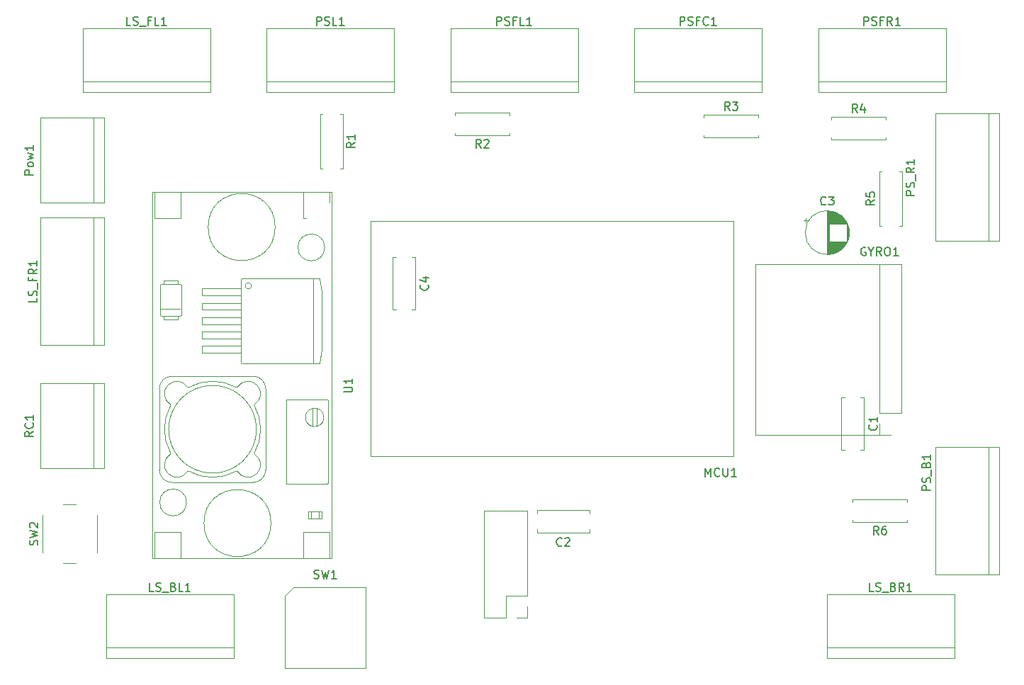
<source format=gbr>
%TF.GenerationSoftware,KiCad,Pcbnew,(6.0.7)*%
%TF.CreationDate,2022-09-07T13:32:05-04:00*%
%TF.ProjectId,luison-electronics,6c756973-6f6e-42d6-956c-656374726f6e,rev?*%
%TF.SameCoordinates,Original*%
%TF.FileFunction,Legend,Top*%
%TF.FilePolarity,Positive*%
%FSLAX46Y46*%
G04 Gerber Fmt 4.6, Leading zero omitted, Abs format (unit mm)*
G04 Created by KiCad (PCBNEW (6.0.7)) date 2022-09-07 13:32:05*
%MOMM*%
%LPD*%
G01*
G04 APERTURE LIST*
%ADD10C,0.150000*%
%ADD11C,0.120000*%
G04 APERTURE END LIST*
D10*
%TO.C,PS_B1*%
X148534380Y-130873238D02*
X147534380Y-130873238D01*
X147534380Y-130492285D01*
X147582000Y-130397047D01*
X147629619Y-130349428D01*
X147724857Y-130301809D01*
X147867714Y-130301809D01*
X147962952Y-130349428D01*
X148010571Y-130397047D01*
X148058190Y-130492285D01*
X148058190Y-130873238D01*
X148486761Y-129920857D02*
X148534380Y-129778000D01*
X148534380Y-129539904D01*
X148486761Y-129444666D01*
X148439142Y-129397047D01*
X148343904Y-129349428D01*
X148248666Y-129349428D01*
X148153428Y-129397047D01*
X148105809Y-129444666D01*
X148058190Y-129539904D01*
X148010571Y-129730380D01*
X147962952Y-129825619D01*
X147915333Y-129873238D01*
X147820095Y-129920857D01*
X147724857Y-129920857D01*
X147629619Y-129873238D01*
X147582000Y-129825619D01*
X147534380Y-129730380D01*
X147534380Y-129492285D01*
X147582000Y-129349428D01*
X148629619Y-129158952D02*
X148629619Y-128397047D01*
X148010571Y-127825619D02*
X148058190Y-127682761D01*
X148105809Y-127635142D01*
X148201047Y-127587523D01*
X148343904Y-127587523D01*
X148439142Y-127635142D01*
X148486761Y-127682761D01*
X148534380Y-127778000D01*
X148534380Y-128158952D01*
X147534380Y-128158952D01*
X147534380Y-127825619D01*
X147582000Y-127730380D01*
X147629619Y-127682761D01*
X147724857Y-127635142D01*
X147820095Y-127635142D01*
X147915333Y-127682761D01*
X147962952Y-127730380D01*
X148010571Y-127825619D01*
X148010571Y-128158952D01*
X148534380Y-126635142D02*
X148534380Y-127206571D01*
X148534380Y-126920857D02*
X147534380Y-126920857D01*
X147677238Y-127016095D01*
X147772476Y-127111333D01*
X147820095Y-127206571D01*
%TO.C,C4*%
X88455142Y-106338666D02*
X88502761Y-106386285D01*
X88550380Y-106529142D01*
X88550380Y-106624380D01*
X88502761Y-106767238D01*
X88407523Y-106862476D01*
X88312285Y-106910095D01*
X88121809Y-106957714D01*
X87978952Y-106957714D01*
X87788476Y-106910095D01*
X87693238Y-106862476D01*
X87598000Y-106767238D01*
X87550380Y-106624380D01*
X87550380Y-106529142D01*
X87598000Y-106386285D01*
X87645619Y-106338666D01*
X87883714Y-105481523D02*
X88550380Y-105481523D01*
X87502761Y-105719619D02*
X88217047Y-105957714D01*
X88217047Y-105338666D01*
%TO.C,C1*%
X142049142Y-123062666D02*
X142096761Y-123110285D01*
X142144380Y-123253142D01*
X142144380Y-123348380D01*
X142096761Y-123491238D01*
X142001523Y-123586476D01*
X141906285Y-123634095D01*
X141715809Y-123681714D01*
X141572952Y-123681714D01*
X141382476Y-123634095D01*
X141287238Y-123586476D01*
X141192000Y-123491238D01*
X141144380Y-123348380D01*
X141144380Y-123253142D01*
X141192000Y-123110285D01*
X141239619Y-123062666D01*
X142144380Y-122110285D02*
X142144380Y-122681714D01*
X142144380Y-122396000D02*
X141144380Y-122396000D01*
X141287238Y-122491238D01*
X141382476Y-122586476D01*
X141430095Y-122681714D01*
%TO.C,R6*%
X142327333Y-136172380D02*
X141994000Y-135696190D01*
X141755904Y-136172380D02*
X141755904Y-135172380D01*
X142136857Y-135172380D01*
X142232095Y-135220000D01*
X142279714Y-135267619D01*
X142327333Y-135362857D01*
X142327333Y-135505714D01*
X142279714Y-135600952D01*
X142232095Y-135648571D01*
X142136857Y-135696190D01*
X141755904Y-135696190D01*
X143184476Y-135172380D02*
X142994000Y-135172380D01*
X142898761Y-135220000D01*
X142851142Y-135267619D01*
X142755904Y-135410476D01*
X142708285Y-135600952D01*
X142708285Y-135981904D01*
X142755904Y-136077142D01*
X142803523Y-136124761D01*
X142898761Y-136172380D01*
X143089238Y-136172380D01*
X143184476Y-136124761D01*
X143232095Y-136077142D01*
X143279714Y-135981904D01*
X143279714Y-135743809D01*
X143232095Y-135648571D01*
X143184476Y-135600952D01*
X143089238Y-135553333D01*
X142898761Y-135553333D01*
X142803523Y-135600952D01*
X142755904Y-135648571D01*
X142708285Y-135743809D01*
%TO.C,R2*%
X94829333Y-89944380D02*
X94496000Y-89468190D01*
X94257904Y-89944380D02*
X94257904Y-88944380D01*
X94638857Y-88944380D01*
X94734095Y-88992000D01*
X94781714Y-89039619D01*
X94829333Y-89134857D01*
X94829333Y-89277714D01*
X94781714Y-89372952D01*
X94734095Y-89420571D01*
X94638857Y-89468190D01*
X94257904Y-89468190D01*
X95210285Y-89039619D02*
X95257904Y-88992000D01*
X95353142Y-88944380D01*
X95591238Y-88944380D01*
X95686476Y-88992000D01*
X95734095Y-89039619D01*
X95781714Y-89134857D01*
X95781714Y-89230095D01*
X95734095Y-89372952D01*
X95162666Y-89944380D01*
X95781714Y-89944380D01*
%TO.C,C3*%
X136022221Y-96683142D02*
X135974602Y-96730761D01*
X135831745Y-96778380D01*
X135736507Y-96778380D01*
X135593649Y-96730761D01*
X135498411Y-96635523D01*
X135450792Y-96540285D01*
X135403173Y-96349809D01*
X135403173Y-96206952D01*
X135450792Y-96016476D01*
X135498411Y-95921238D01*
X135593649Y-95826000D01*
X135736507Y-95778380D01*
X135831745Y-95778380D01*
X135974602Y-95826000D01*
X136022221Y-95873619D01*
X136355554Y-95778380D02*
X136974602Y-95778380D01*
X136641268Y-96159333D01*
X136784126Y-96159333D01*
X136879364Y-96206952D01*
X136926983Y-96254571D01*
X136974602Y-96349809D01*
X136974602Y-96587904D01*
X136926983Y-96683142D01*
X136879364Y-96730761D01*
X136784126Y-96778380D01*
X136498411Y-96778380D01*
X136403173Y-96730761D01*
X136355554Y-96683142D01*
%TO.C,PSL1*%
X75185952Y-75304380D02*
X75185952Y-74304380D01*
X75566904Y-74304380D01*
X75662142Y-74352000D01*
X75709761Y-74399619D01*
X75757380Y-74494857D01*
X75757380Y-74637714D01*
X75709761Y-74732952D01*
X75662142Y-74780571D01*
X75566904Y-74828190D01*
X75185952Y-74828190D01*
X76138333Y-75256761D02*
X76281190Y-75304380D01*
X76519285Y-75304380D01*
X76614523Y-75256761D01*
X76662142Y-75209142D01*
X76709761Y-75113904D01*
X76709761Y-75018666D01*
X76662142Y-74923428D01*
X76614523Y-74875809D01*
X76519285Y-74828190D01*
X76328809Y-74780571D01*
X76233571Y-74732952D01*
X76185952Y-74685333D01*
X76138333Y-74590095D01*
X76138333Y-74494857D01*
X76185952Y-74399619D01*
X76233571Y-74352000D01*
X76328809Y-74304380D01*
X76566904Y-74304380D01*
X76709761Y-74352000D01*
X77614523Y-75304380D02*
X77138333Y-75304380D01*
X77138333Y-74304380D01*
X78471666Y-75304380D02*
X77900238Y-75304380D01*
X78185952Y-75304380D02*
X78185952Y-74304380D01*
X78090714Y-74447238D01*
X77995476Y-74542476D01*
X77900238Y-74590095D01*
%TO.C,LS_FR1*%
X41776380Y-107900380D02*
X41776380Y-108376571D01*
X40776380Y-108376571D01*
X41728761Y-107614666D02*
X41776380Y-107471809D01*
X41776380Y-107233714D01*
X41728761Y-107138476D01*
X41681142Y-107090857D01*
X41585904Y-107043238D01*
X41490666Y-107043238D01*
X41395428Y-107090857D01*
X41347809Y-107138476D01*
X41300190Y-107233714D01*
X41252571Y-107424190D01*
X41204952Y-107519428D01*
X41157333Y-107567047D01*
X41062095Y-107614666D01*
X40966857Y-107614666D01*
X40871619Y-107567047D01*
X40824000Y-107519428D01*
X40776380Y-107424190D01*
X40776380Y-107186095D01*
X40824000Y-107043238D01*
X41871619Y-106852761D02*
X41871619Y-106090857D01*
X41252571Y-105519428D02*
X41252571Y-105852761D01*
X41776380Y-105852761D02*
X40776380Y-105852761D01*
X40776380Y-105376571D01*
X41776380Y-104424190D02*
X41300190Y-104757523D01*
X41776380Y-104995619D02*
X40776380Y-104995619D01*
X40776380Y-104614666D01*
X40824000Y-104519428D01*
X40871619Y-104471809D01*
X40966857Y-104424190D01*
X41109714Y-104424190D01*
X41204952Y-104471809D01*
X41252571Y-104519428D01*
X41300190Y-104614666D01*
X41300190Y-104995619D01*
X41776380Y-103471809D02*
X41776380Y-104043238D01*
X41776380Y-103757523D02*
X40776380Y-103757523D01*
X40919238Y-103852761D01*
X41014476Y-103948000D01*
X41062095Y-104043238D01*
%TO.C,PSFC1*%
X118604142Y-75304380D02*
X118604142Y-74304380D01*
X118985095Y-74304380D01*
X119080333Y-74352000D01*
X119127952Y-74399619D01*
X119175571Y-74494857D01*
X119175571Y-74637714D01*
X119127952Y-74732952D01*
X119080333Y-74780571D01*
X118985095Y-74828190D01*
X118604142Y-74828190D01*
X119556523Y-75256761D02*
X119699380Y-75304380D01*
X119937476Y-75304380D01*
X120032714Y-75256761D01*
X120080333Y-75209142D01*
X120127952Y-75113904D01*
X120127952Y-75018666D01*
X120080333Y-74923428D01*
X120032714Y-74875809D01*
X119937476Y-74828190D01*
X119747000Y-74780571D01*
X119651761Y-74732952D01*
X119604142Y-74685333D01*
X119556523Y-74590095D01*
X119556523Y-74494857D01*
X119604142Y-74399619D01*
X119651761Y-74352000D01*
X119747000Y-74304380D01*
X119985095Y-74304380D01*
X120127952Y-74352000D01*
X120889857Y-74780571D02*
X120556523Y-74780571D01*
X120556523Y-75304380D02*
X120556523Y-74304380D01*
X121032714Y-74304380D01*
X121985095Y-75209142D02*
X121937476Y-75256761D01*
X121794619Y-75304380D01*
X121699380Y-75304380D01*
X121556523Y-75256761D01*
X121461285Y-75161523D01*
X121413666Y-75066285D01*
X121366047Y-74875809D01*
X121366047Y-74732952D01*
X121413666Y-74542476D01*
X121461285Y-74447238D01*
X121556523Y-74352000D01*
X121699380Y-74304380D01*
X121794619Y-74304380D01*
X121937476Y-74352000D01*
X121985095Y-74399619D01*
X122937476Y-75304380D02*
X122366047Y-75304380D01*
X122651761Y-75304380D02*
X122651761Y-74304380D01*
X122556523Y-74447238D01*
X122461285Y-74542476D01*
X122366047Y-74590095D01*
%TO.C,R3*%
X124547333Y-85458380D02*
X124214000Y-84982190D01*
X123975904Y-85458380D02*
X123975904Y-84458380D01*
X124356857Y-84458380D01*
X124452095Y-84506000D01*
X124499714Y-84553619D01*
X124547333Y-84648857D01*
X124547333Y-84791714D01*
X124499714Y-84886952D01*
X124452095Y-84934571D01*
X124356857Y-84982190D01*
X123975904Y-84982190D01*
X124880666Y-84458380D02*
X125499714Y-84458380D01*
X125166380Y-84839333D01*
X125309238Y-84839333D01*
X125404476Y-84886952D01*
X125452095Y-84934571D01*
X125499714Y-85029809D01*
X125499714Y-85267904D01*
X125452095Y-85363142D01*
X125404476Y-85410761D01*
X125309238Y-85458380D01*
X125023523Y-85458380D01*
X124928285Y-85410761D01*
X124880666Y-85363142D01*
%TO.C,SW1*%
X74866666Y-141374761D02*
X75009523Y-141422380D01*
X75247619Y-141422380D01*
X75342857Y-141374761D01*
X75390476Y-141327142D01*
X75438095Y-141231904D01*
X75438095Y-141136666D01*
X75390476Y-141041428D01*
X75342857Y-140993809D01*
X75247619Y-140946190D01*
X75057142Y-140898571D01*
X74961904Y-140850952D01*
X74914285Y-140803333D01*
X74866666Y-140708095D01*
X74866666Y-140612857D01*
X74914285Y-140517619D01*
X74961904Y-140470000D01*
X75057142Y-140422380D01*
X75295238Y-140422380D01*
X75438095Y-140470000D01*
X75771428Y-140422380D02*
X76009523Y-141422380D01*
X76200000Y-140708095D01*
X76390476Y-141422380D01*
X76628571Y-140422380D01*
X77533333Y-141422380D02*
X76961904Y-141422380D01*
X77247619Y-141422380D02*
X77247619Y-140422380D01*
X77152380Y-140565238D01*
X77057142Y-140660476D01*
X76961904Y-140708095D01*
%TO.C,Pow1*%
X41346380Y-93154285D02*
X40346380Y-93154285D01*
X40346380Y-92773333D01*
X40394000Y-92678095D01*
X40441619Y-92630476D01*
X40536857Y-92582857D01*
X40679714Y-92582857D01*
X40774952Y-92630476D01*
X40822571Y-92678095D01*
X40870190Y-92773333D01*
X40870190Y-93154285D01*
X41346380Y-92011428D02*
X41298761Y-92106666D01*
X41251142Y-92154285D01*
X41155904Y-92201904D01*
X40870190Y-92201904D01*
X40774952Y-92154285D01*
X40727333Y-92106666D01*
X40679714Y-92011428D01*
X40679714Y-91868571D01*
X40727333Y-91773333D01*
X40774952Y-91725714D01*
X40870190Y-91678095D01*
X41155904Y-91678095D01*
X41251142Y-91725714D01*
X41298761Y-91773333D01*
X41346380Y-91868571D01*
X41346380Y-92011428D01*
X40679714Y-91344761D02*
X41346380Y-91154285D01*
X40870190Y-90963809D01*
X41346380Y-90773333D01*
X40679714Y-90582857D01*
X41346380Y-89678095D02*
X41346380Y-90249523D01*
X41346380Y-89963809D02*
X40346380Y-89963809D01*
X40489238Y-90059047D01*
X40584476Y-90154285D01*
X40632095Y-90249523D01*
%TO.C,GYRO1*%
X140769258Y-101877000D02*
X140674020Y-101829380D01*
X140531163Y-101829380D01*
X140388305Y-101877000D01*
X140293067Y-101972238D01*
X140245448Y-102067476D01*
X140197829Y-102257952D01*
X140197829Y-102400809D01*
X140245448Y-102591285D01*
X140293067Y-102686523D01*
X140388305Y-102781761D01*
X140531163Y-102829380D01*
X140626401Y-102829380D01*
X140769258Y-102781761D01*
X140816877Y-102734142D01*
X140816877Y-102400809D01*
X140626401Y-102400809D01*
X141435925Y-102353190D02*
X141435925Y-102829380D01*
X141102591Y-101829380D02*
X141435925Y-102353190D01*
X141769258Y-101829380D01*
X142674020Y-102829380D02*
X142340686Y-102353190D01*
X142102591Y-102829380D02*
X142102591Y-101829380D01*
X142483544Y-101829380D01*
X142578782Y-101877000D01*
X142626401Y-101924619D01*
X142674020Y-102019857D01*
X142674020Y-102162714D01*
X142626401Y-102257952D01*
X142578782Y-102305571D01*
X142483544Y-102353190D01*
X142102591Y-102353190D01*
X143293067Y-101829380D02*
X143483544Y-101829380D01*
X143578782Y-101877000D01*
X143674020Y-101972238D01*
X143721639Y-102162714D01*
X143721639Y-102496047D01*
X143674020Y-102686523D01*
X143578782Y-102781761D01*
X143483544Y-102829380D01*
X143293067Y-102829380D01*
X143197829Y-102781761D01*
X143102591Y-102686523D01*
X143054972Y-102496047D01*
X143054972Y-102162714D01*
X143102591Y-101972238D01*
X143197829Y-101877000D01*
X143293067Y-101829380D01*
X144674020Y-102829380D02*
X144102591Y-102829380D01*
X144388305Y-102829380D02*
X144388305Y-101829380D01*
X144293067Y-101972238D01*
X144197829Y-102067476D01*
X144102591Y-102115095D01*
%TO.C,PS_R1*%
X146620305Y-95612238D02*
X145620305Y-95612238D01*
X145620305Y-95231285D01*
X145667925Y-95136047D01*
X145715544Y-95088428D01*
X145810782Y-95040809D01*
X145953639Y-95040809D01*
X146048877Y-95088428D01*
X146096496Y-95136047D01*
X146144115Y-95231285D01*
X146144115Y-95612238D01*
X146572686Y-94659857D02*
X146620305Y-94517000D01*
X146620305Y-94278904D01*
X146572686Y-94183666D01*
X146525067Y-94136047D01*
X146429829Y-94088428D01*
X146334591Y-94088428D01*
X146239353Y-94136047D01*
X146191734Y-94183666D01*
X146144115Y-94278904D01*
X146096496Y-94469380D01*
X146048877Y-94564619D01*
X146001258Y-94612238D01*
X145906020Y-94659857D01*
X145810782Y-94659857D01*
X145715544Y-94612238D01*
X145667925Y-94564619D01*
X145620305Y-94469380D01*
X145620305Y-94231285D01*
X145667925Y-94088428D01*
X146715544Y-93897952D02*
X146715544Y-93136047D01*
X146620305Y-92326523D02*
X146144115Y-92659857D01*
X146620305Y-92897952D02*
X145620305Y-92897952D01*
X145620305Y-92517000D01*
X145667925Y-92421761D01*
X145715544Y-92374142D01*
X145810782Y-92326523D01*
X145953639Y-92326523D01*
X146048877Y-92374142D01*
X146096496Y-92421761D01*
X146144115Y-92517000D01*
X146144115Y-92897952D01*
X146620305Y-91374142D02*
X146620305Y-91945571D01*
X146620305Y-91659857D02*
X145620305Y-91659857D01*
X145763163Y-91755095D01*
X145858401Y-91850333D01*
X145906020Y-91945571D01*
%TO.C,R1*%
X79784380Y-89320666D02*
X79308190Y-89654000D01*
X79784380Y-89892095D02*
X78784380Y-89892095D01*
X78784380Y-89511142D01*
X78832000Y-89415904D01*
X78879619Y-89368285D01*
X78974857Y-89320666D01*
X79117714Y-89320666D01*
X79212952Y-89368285D01*
X79260571Y-89415904D01*
X79308190Y-89511142D01*
X79308190Y-89892095D01*
X79784380Y-88368285D02*
X79784380Y-88939714D01*
X79784380Y-88654000D02*
X78784380Y-88654000D01*
X78927238Y-88749238D01*
X79022476Y-88844476D01*
X79070095Y-88939714D01*
%TO.C,U1*%
X78446380Y-119125904D02*
X79255904Y-119125904D01*
X79351142Y-119078285D01*
X79398761Y-119030666D01*
X79446380Y-118935428D01*
X79446380Y-118744952D01*
X79398761Y-118649714D01*
X79351142Y-118602095D01*
X79255904Y-118554476D01*
X78446380Y-118554476D01*
X79446380Y-117554476D02*
X79446380Y-118125904D01*
X79446380Y-117840190D02*
X78446380Y-117840190D01*
X78589238Y-117935428D01*
X78684476Y-118030666D01*
X78732095Y-118125904D01*
%TO.C,C2*%
X104481333Y-137477142D02*
X104433714Y-137524761D01*
X104290857Y-137572380D01*
X104195619Y-137572380D01*
X104052761Y-137524761D01*
X103957523Y-137429523D01*
X103909904Y-137334285D01*
X103862285Y-137143809D01*
X103862285Y-137000952D01*
X103909904Y-136810476D01*
X103957523Y-136715238D01*
X104052761Y-136620000D01*
X104195619Y-136572380D01*
X104290857Y-136572380D01*
X104433714Y-136620000D01*
X104481333Y-136667619D01*
X104862285Y-136667619D02*
X104909904Y-136620000D01*
X105005142Y-136572380D01*
X105243238Y-136572380D01*
X105338476Y-136620000D01*
X105386095Y-136667619D01*
X105433714Y-136762857D01*
X105433714Y-136858095D01*
X105386095Y-137000952D01*
X104814666Y-137572380D01*
X105433714Y-137572380D01*
%TO.C,R5*%
X141846380Y-96178666D02*
X141370190Y-96512000D01*
X141846380Y-96750095D02*
X140846380Y-96750095D01*
X140846380Y-96369142D01*
X140894000Y-96273904D01*
X140941619Y-96226285D01*
X141036857Y-96178666D01*
X141179714Y-96178666D01*
X141274952Y-96226285D01*
X141322571Y-96273904D01*
X141370190Y-96369142D01*
X141370190Y-96750095D01*
X140846380Y-95273904D02*
X140846380Y-95750095D01*
X141322571Y-95797714D01*
X141274952Y-95750095D01*
X141227333Y-95654857D01*
X141227333Y-95416761D01*
X141274952Y-95321523D01*
X141322571Y-95273904D01*
X141417809Y-95226285D01*
X141655904Y-95226285D01*
X141751142Y-95273904D01*
X141798761Y-95321523D01*
X141846380Y-95416761D01*
X141846380Y-95654857D01*
X141798761Y-95750095D01*
X141751142Y-95797714D01*
%TO.C,R4*%
X139787333Y-85712380D02*
X139454000Y-85236190D01*
X139215904Y-85712380D02*
X139215904Y-84712380D01*
X139596857Y-84712380D01*
X139692095Y-84760000D01*
X139739714Y-84807619D01*
X139787333Y-84902857D01*
X139787333Y-85045714D01*
X139739714Y-85140952D01*
X139692095Y-85188571D01*
X139596857Y-85236190D01*
X139215904Y-85236190D01*
X140644476Y-85045714D02*
X140644476Y-85712380D01*
X140406380Y-84664761D02*
X140168285Y-85379047D01*
X140787333Y-85379047D01*
%TO.C,MCU1*%
X121610666Y-129230380D02*
X121610666Y-128230380D01*
X121944000Y-128944666D01*
X122277333Y-128230380D01*
X122277333Y-129230380D01*
X123324952Y-129135142D02*
X123277333Y-129182761D01*
X123134476Y-129230380D01*
X123039238Y-129230380D01*
X122896380Y-129182761D01*
X122801142Y-129087523D01*
X122753523Y-128992285D01*
X122705904Y-128801809D01*
X122705904Y-128658952D01*
X122753523Y-128468476D01*
X122801142Y-128373238D01*
X122896380Y-128278000D01*
X123039238Y-128230380D01*
X123134476Y-128230380D01*
X123277333Y-128278000D01*
X123324952Y-128325619D01*
X123753523Y-128230380D02*
X123753523Y-129039904D01*
X123801142Y-129135142D01*
X123848761Y-129182761D01*
X123944000Y-129230380D01*
X124134476Y-129230380D01*
X124229714Y-129182761D01*
X124277333Y-129135142D01*
X124324952Y-129039904D01*
X124324952Y-128230380D01*
X125324952Y-129230380D02*
X124753523Y-129230380D01*
X125039238Y-129230380D02*
X125039238Y-128230380D01*
X124944000Y-128373238D01*
X124848761Y-128468476D01*
X124753523Y-128516095D01*
%TO.C,LS_BR1*%
X141710190Y-142949380D02*
X141234000Y-142949380D01*
X141234000Y-141949380D01*
X141995904Y-142901761D02*
X142138761Y-142949380D01*
X142376857Y-142949380D01*
X142472095Y-142901761D01*
X142519714Y-142854142D01*
X142567333Y-142758904D01*
X142567333Y-142663666D01*
X142519714Y-142568428D01*
X142472095Y-142520809D01*
X142376857Y-142473190D01*
X142186380Y-142425571D01*
X142091142Y-142377952D01*
X142043523Y-142330333D01*
X141995904Y-142235095D01*
X141995904Y-142139857D01*
X142043523Y-142044619D01*
X142091142Y-141997000D01*
X142186380Y-141949380D01*
X142424476Y-141949380D01*
X142567333Y-141997000D01*
X142757809Y-143044619D02*
X143519714Y-143044619D01*
X144091142Y-142425571D02*
X144234000Y-142473190D01*
X144281619Y-142520809D01*
X144329238Y-142616047D01*
X144329238Y-142758904D01*
X144281619Y-142854142D01*
X144234000Y-142901761D01*
X144138761Y-142949380D01*
X143757809Y-142949380D01*
X143757809Y-141949380D01*
X144091142Y-141949380D01*
X144186380Y-141997000D01*
X144234000Y-142044619D01*
X144281619Y-142139857D01*
X144281619Y-142235095D01*
X144234000Y-142330333D01*
X144186380Y-142377952D01*
X144091142Y-142425571D01*
X143757809Y-142425571D01*
X145329238Y-142949380D02*
X144995904Y-142473190D01*
X144757809Y-142949380D02*
X144757809Y-141949380D01*
X145138761Y-141949380D01*
X145234000Y-141997000D01*
X145281619Y-142044619D01*
X145329238Y-142139857D01*
X145329238Y-142282714D01*
X145281619Y-142377952D01*
X145234000Y-142425571D01*
X145138761Y-142473190D01*
X144757809Y-142473190D01*
X146281619Y-142949380D02*
X145710190Y-142949380D01*
X145995904Y-142949380D02*
X145995904Y-141949380D01*
X145900666Y-142092238D01*
X145805428Y-142187476D01*
X145710190Y-142235095D01*
%TO.C,PSFR1*%
X140575142Y-75304380D02*
X140575142Y-74304380D01*
X140956095Y-74304380D01*
X141051333Y-74352000D01*
X141098952Y-74399619D01*
X141146571Y-74494857D01*
X141146571Y-74637714D01*
X141098952Y-74732952D01*
X141051333Y-74780571D01*
X140956095Y-74828190D01*
X140575142Y-74828190D01*
X141527523Y-75256761D02*
X141670380Y-75304380D01*
X141908476Y-75304380D01*
X142003714Y-75256761D01*
X142051333Y-75209142D01*
X142098952Y-75113904D01*
X142098952Y-75018666D01*
X142051333Y-74923428D01*
X142003714Y-74875809D01*
X141908476Y-74828190D01*
X141718000Y-74780571D01*
X141622761Y-74732952D01*
X141575142Y-74685333D01*
X141527523Y-74590095D01*
X141527523Y-74494857D01*
X141575142Y-74399619D01*
X141622761Y-74352000D01*
X141718000Y-74304380D01*
X141956095Y-74304380D01*
X142098952Y-74352000D01*
X142860857Y-74780571D02*
X142527523Y-74780571D01*
X142527523Y-75304380D02*
X142527523Y-74304380D01*
X143003714Y-74304380D01*
X143956095Y-75304380D02*
X143622761Y-74828190D01*
X143384666Y-75304380D02*
X143384666Y-74304380D01*
X143765619Y-74304380D01*
X143860857Y-74352000D01*
X143908476Y-74399619D01*
X143956095Y-74494857D01*
X143956095Y-74637714D01*
X143908476Y-74732952D01*
X143860857Y-74780571D01*
X143765619Y-74828190D01*
X143384666Y-74828190D01*
X144908476Y-75304380D02*
X144337047Y-75304380D01*
X144622761Y-75304380D02*
X144622761Y-74304380D01*
X144527523Y-74447238D01*
X144432285Y-74542476D01*
X144337047Y-74590095D01*
%TO.C,LS_BL1*%
X55699428Y-142949380D02*
X55223238Y-142949380D01*
X55223238Y-141949380D01*
X55985142Y-142901761D02*
X56128000Y-142949380D01*
X56366095Y-142949380D01*
X56461333Y-142901761D01*
X56508952Y-142854142D01*
X56556571Y-142758904D01*
X56556571Y-142663666D01*
X56508952Y-142568428D01*
X56461333Y-142520809D01*
X56366095Y-142473190D01*
X56175619Y-142425571D01*
X56080380Y-142377952D01*
X56032761Y-142330333D01*
X55985142Y-142235095D01*
X55985142Y-142139857D01*
X56032761Y-142044619D01*
X56080380Y-141997000D01*
X56175619Y-141949380D01*
X56413714Y-141949380D01*
X56556571Y-141997000D01*
X56747047Y-143044619D02*
X57508952Y-143044619D01*
X58080380Y-142425571D02*
X58223238Y-142473190D01*
X58270857Y-142520809D01*
X58318476Y-142616047D01*
X58318476Y-142758904D01*
X58270857Y-142854142D01*
X58223238Y-142901761D01*
X58128000Y-142949380D01*
X57747047Y-142949380D01*
X57747047Y-141949380D01*
X58080380Y-141949380D01*
X58175619Y-141997000D01*
X58223238Y-142044619D01*
X58270857Y-142139857D01*
X58270857Y-142235095D01*
X58223238Y-142330333D01*
X58175619Y-142377952D01*
X58080380Y-142425571D01*
X57747047Y-142425571D01*
X59223238Y-142949380D02*
X58747047Y-142949380D01*
X58747047Y-141949380D01*
X60080380Y-142949380D02*
X59508952Y-142949380D01*
X59794666Y-142949380D02*
X59794666Y-141949380D01*
X59699428Y-142092238D01*
X59604190Y-142187476D01*
X59508952Y-142235095D01*
%TO.C,PSFL1*%
X96728380Y-75304380D02*
X96728380Y-74304380D01*
X97109333Y-74304380D01*
X97204571Y-74352000D01*
X97252190Y-74399619D01*
X97299809Y-74494857D01*
X97299809Y-74637714D01*
X97252190Y-74732952D01*
X97204571Y-74780571D01*
X97109333Y-74828190D01*
X96728380Y-74828190D01*
X97680761Y-75256761D02*
X97823619Y-75304380D01*
X98061714Y-75304380D01*
X98156952Y-75256761D01*
X98204571Y-75209142D01*
X98252190Y-75113904D01*
X98252190Y-75018666D01*
X98204571Y-74923428D01*
X98156952Y-74875809D01*
X98061714Y-74828190D01*
X97871238Y-74780571D01*
X97776000Y-74732952D01*
X97728380Y-74685333D01*
X97680761Y-74590095D01*
X97680761Y-74494857D01*
X97728380Y-74399619D01*
X97776000Y-74352000D01*
X97871238Y-74304380D01*
X98109333Y-74304380D01*
X98252190Y-74352000D01*
X99014095Y-74780571D02*
X98680761Y-74780571D01*
X98680761Y-75304380D02*
X98680761Y-74304380D01*
X99156952Y-74304380D01*
X100014095Y-75304380D02*
X99537904Y-75304380D01*
X99537904Y-74304380D01*
X100871238Y-75304380D02*
X100299809Y-75304380D01*
X100585523Y-75304380D02*
X100585523Y-74304380D01*
X100490285Y-74447238D01*
X100395047Y-74542476D01*
X100299809Y-74590095D01*
%TO.C,RC1*%
X41346380Y-123856666D02*
X40870190Y-124190000D01*
X41346380Y-124428095D02*
X40346380Y-124428095D01*
X40346380Y-124047142D01*
X40394000Y-123951904D01*
X40441619Y-123904285D01*
X40536857Y-123856666D01*
X40679714Y-123856666D01*
X40774952Y-123904285D01*
X40822571Y-123951904D01*
X40870190Y-124047142D01*
X40870190Y-124428095D01*
X41251142Y-122856666D02*
X41298761Y-122904285D01*
X41346380Y-123047142D01*
X41346380Y-123142380D01*
X41298761Y-123285238D01*
X41203523Y-123380476D01*
X41108285Y-123428095D01*
X40917809Y-123475714D01*
X40774952Y-123475714D01*
X40584476Y-123428095D01*
X40489238Y-123380476D01*
X40394000Y-123285238D01*
X40346380Y-123142380D01*
X40346380Y-123047142D01*
X40394000Y-122904285D01*
X40441619Y-122856666D01*
X41346380Y-121904285D02*
X41346380Y-122475714D01*
X41346380Y-122190000D02*
X40346380Y-122190000D01*
X40489238Y-122285238D01*
X40584476Y-122380476D01*
X40632095Y-122475714D01*
%TO.C,LS_FL1*%
X52976857Y-75304380D02*
X52500666Y-75304380D01*
X52500666Y-74304380D01*
X53262571Y-75256761D02*
X53405428Y-75304380D01*
X53643523Y-75304380D01*
X53738761Y-75256761D01*
X53786380Y-75209142D01*
X53834000Y-75113904D01*
X53834000Y-75018666D01*
X53786380Y-74923428D01*
X53738761Y-74875809D01*
X53643523Y-74828190D01*
X53453047Y-74780571D01*
X53357809Y-74732952D01*
X53310190Y-74685333D01*
X53262571Y-74590095D01*
X53262571Y-74494857D01*
X53310190Y-74399619D01*
X53357809Y-74352000D01*
X53453047Y-74304380D01*
X53691142Y-74304380D01*
X53834000Y-74352000D01*
X54024476Y-75399619D02*
X54786380Y-75399619D01*
X55357809Y-74780571D02*
X55024476Y-74780571D01*
X55024476Y-75304380D02*
X55024476Y-74304380D01*
X55500666Y-74304380D01*
X56357809Y-75304380D02*
X55881619Y-75304380D01*
X55881619Y-74304380D01*
X57214952Y-75304380D02*
X56643523Y-75304380D01*
X56929238Y-75304380D02*
X56929238Y-74304380D01*
X56834000Y-74447238D01*
X56738761Y-74542476D01*
X56643523Y-74590095D01*
%TO.C,SW2*%
X41838761Y-137425333D02*
X41886380Y-137282476D01*
X41886380Y-137044380D01*
X41838761Y-136949142D01*
X41791142Y-136901523D01*
X41695904Y-136853904D01*
X41600666Y-136853904D01*
X41505428Y-136901523D01*
X41457809Y-136949142D01*
X41410190Y-137044380D01*
X41362571Y-137234857D01*
X41314952Y-137330095D01*
X41267333Y-137377714D01*
X41172095Y-137425333D01*
X41076857Y-137425333D01*
X40981619Y-137377714D01*
X40934000Y-137330095D01*
X40886380Y-137234857D01*
X40886380Y-136996761D01*
X40934000Y-136853904D01*
X40886380Y-136520571D02*
X41886380Y-136282476D01*
X41172095Y-136092000D01*
X41886380Y-135901523D01*
X40886380Y-135663428D01*
X40981619Y-135330095D02*
X40934000Y-135282476D01*
X40886380Y-135187238D01*
X40886380Y-134949142D01*
X40934000Y-134853904D01*
X40981619Y-134806285D01*
X41076857Y-134758666D01*
X41172095Y-134758666D01*
X41314952Y-134806285D01*
X41886380Y-135377714D01*
X41886380Y-134758666D01*
D11*
%TO.C,PS_B1*%
X149098000Y-140970000D02*
X149098000Y-125730000D01*
X156718000Y-140970000D02*
X149098000Y-140970000D01*
X156718000Y-125730000D02*
X149098000Y-125730000D01*
X156718000Y-140970000D02*
X156718000Y-125730000D01*
X155448000Y-140970000D02*
X155448000Y-125730000D01*
%TO.C,C4*%
X86968000Y-103052000D02*
X86968000Y-109292000D01*
X84673000Y-103052000D02*
X84228000Y-103052000D01*
X86968000Y-109292000D02*
X86523000Y-109292000D01*
X84673000Y-109292000D02*
X84228000Y-109292000D01*
X86968000Y-103052000D02*
X86523000Y-103052000D01*
X84228000Y-103052000D02*
X84228000Y-109292000D01*
%TO.C,C1*%
X140562000Y-119776000D02*
X140562000Y-126016000D01*
X140562000Y-119776000D02*
X140117000Y-119776000D01*
X138267000Y-119776000D02*
X137822000Y-119776000D01*
X140562000Y-126016000D02*
X140117000Y-126016000D01*
X138267000Y-126016000D02*
X137822000Y-126016000D01*
X137822000Y-119776000D02*
X137822000Y-126016000D01*
%TO.C,R6*%
X139224000Y-134720000D02*
X139224000Y-134390000D01*
X145764000Y-131980000D02*
X139224000Y-131980000D01*
X139224000Y-131980000D02*
X139224000Y-132310000D01*
X145764000Y-132310000D02*
X145764000Y-131980000D01*
X145764000Y-134720000D02*
X139224000Y-134720000D01*
X145764000Y-134390000D02*
X145764000Y-134720000D01*
%TO.C,MD1*%
X100390000Y-143510000D02*
X100390000Y-133290000D01*
X95190000Y-146110000D02*
X95190000Y-133290000D01*
X97790000Y-146110000D02*
X95190000Y-146110000D01*
X97790000Y-143510000D02*
X97790000Y-146110000D01*
X100390000Y-144780000D02*
X100390000Y-146110000D01*
X100390000Y-133290000D02*
X95190000Y-133290000D01*
X100390000Y-146110000D02*
X99060000Y-146110000D01*
X100390000Y-143510000D02*
X97790000Y-143510000D01*
%TO.C,R2*%
X91726000Y-88492000D02*
X91726000Y-88162000D01*
X98266000Y-85752000D02*
X91726000Y-85752000D01*
X91726000Y-85752000D02*
X91726000Y-86082000D01*
X98266000Y-88162000D02*
X98266000Y-88492000D01*
X98266000Y-88492000D02*
X91726000Y-88492000D01*
X98266000Y-86082000D02*
X98266000Y-85752000D01*
%TO.C,C3*%
X137069888Y-97648000D02*
X137069888Y-99036000D01*
X137669888Y-101116000D02*
X137669888Y-102198000D01*
X133634113Y-98351000D02*
X133634113Y-98851000D01*
X138109888Y-101116000D02*
X138109888Y-101819000D01*
X138069888Y-98291000D02*
X138069888Y-99036000D01*
X137509888Y-101116000D02*
X137509888Y-102300000D01*
X137789888Y-101116000D02*
X137789888Y-102111000D01*
X137669888Y-97954000D02*
X137669888Y-99036000D01*
X138789888Y-99792000D02*
X138789888Y-100360000D01*
X137269888Y-101116000D02*
X137269888Y-102424000D01*
X137469888Y-97829000D02*
X137469888Y-99036000D01*
X136909888Y-101116000D02*
X136909888Y-102556000D01*
X138429888Y-98757000D02*
X138429888Y-99036000D01*
X138229888Y-98471000D02*
X138229888Y-99036000D01*
X138669888Y-99271000D02*
X138669888Y-100881000D01*
X137589888Y-101116000D02*
X137589888Y-102251000D01*
X137109888Y-101116000D02*
X137109888Y-102490000D01*
X136628888Y-97533000D02*
X136628888Y-99036000D01*
X137909888Y-101116000D02*
X137909888Y-102013000D01*
X137309888Y-97747000D02*
X137309888Y-99036000D01*
X137069888Y-101116000D02*
X137069888Y-102504000D01*
X138109888Y-98333000D02*
X138109888Y-99036000D01*
X138749888Y-99558000D02*
X138749888Y-100594000D01*
X137589888Y-97901000D02*
X137589888Y-99036000D01*
X136708888Y-101116000D02*
X136708888Y-102604000D01*
X138149888Y-98377000D02*
X138149888Y-99036000D01*
X137909888Y-98139000D02*
X137909888Y-99036000D01*
X136628888Y-101116000D02*
X136628888Y-102619000D01*
X137229888Y-97711000D02*
X137229888Y-99036000D01*
X136588888Y-97526000D02*
X136588888Y-99036000D01*
X136989888Y-101116000D02*
X136989888Y-102531000D01*
X138629888Y-99161000D02*
X138629888Y-100991000D01*
X137389888Y-97786000D02*
X137389888Y-99036000D01*
X136949888Y-101116000D02*
X136949888Y-102544000D01*
X136668888Y-97540000D02*
X136668888Y-99036000D01*
X137229888Y-101116000D02*
X137229888Y-102441000D01*
X136468888Y-97511000D02*
X136468888Y-99036000D01*
X137709888Y-101116000D02*
X137709888Y-102171000D01*
X138309888Y-101116000D02*
X138309888Y-101576000D01*
X137989888Y-101116000D02*
X137989888Y-101940000D01*
X138549888Y-98978000D02*
X138549888Y-101174000D01*
X138029888Y-98250000D02*
X138029888Y-99036000D01*
X136548888Y-97520000D02*
X136548888Y-99036000D01*
X137629888Y-101116000D02*
X137629888Y-102225000D01*
X138029888Y-101116000D02*
X138029888Y-101902000D01*
X136668888Y-101116000D02*
X136668888Y-102612000D01*
X137549888Y-101116000D02*
X137549888Y-102276000D01*
X137349888Y-97766000D02*
X137349888Y-99036000D01*
X136348888Y-97500000D02*
X136348888Y-102652000D01*
X137149888Y-101116000D02*
X137149888Y-102474000D01*
X137789888Y-98041000D02*
X137789888Y-99036000D01*
X137829888Y-101116000D02*
X137829888Y-102080000D01*
X138309888Y-98576000D02*
X138309888Y-99036000D01*
X136268888Y-97497000D02*
X136268888Y-102655000D01*
X137429888Y-101116000D02*
X137429888Y-102344000D01*
X136788888Y-97565000D02*
X136788888Y-99036000D01*
X137109888Y-97662000D02*
X137109888Y-99036000D01*
X137869888Y-101116000D02*
X137869888Y-102047000D01*
X136828888Y-97575000D02*
X136828888Y-99036000D01*
X136868888Y-97585000D02*
X136868888Y-99036000D01*
X136228888Y-97496000D02*
X136228888Y-102656000D01*
X136909888Y-97596000D02*
X136909888Y-99036000D01*
X136748888Y-101116000D02*
X136748888Y-102596000D01*
X136308888Y-97498000D02*
X136308888Y-102654000D01*
X138389888Y-98693000D02*
X138389888Y-99036000D01*
X137149888Y-97678000D02*
X137149888Y-99036000D01*
X133384113Y-98601000D02*
X133884113Y-98601000D01*
X137189888Y-97694000D02*
X137189888Y-99036000D01*
X136548888Y-101116000D02*
X136548888Y-102632000D01*
X138389888Y-101116000D02*
X138389888Y-101459000D01*
X136708888Y-97548000D02*
X136708888Y-99036000D01*
X137029888Y-101116000D02*
X137029888Y-102518000D01*
X136468888Y-101116000D02*
X136468888Y-102641000D01*
X138429888Y-101116000D02*
X138429888Y-101395000D01*
X137749888Y-98011000D02*
X137749888Y-99036000D01*
X136788888Y-101116000D02*
X136788888Y-102587000D01*
X137709888Y-97981000D02*
X137709888Y-99036000D01*
X136949888Y-97608000D02*
X136949888Y-99036000D01*
X137189888Y-101116000D02*
X137189888Y-102458000D01*
X136748888Y-97556000D02*
X136748888Y-99036000D01*
X136828888Y-101116000D02*
X136828888Y-102577000D01*
X137509888Y-97852000D02*
X137509888Y-99036000D01*
X137949888Y-98175000D02*
X137949888Y-99036000D01*
X136588888Y-101116000D02*
X136588888Y-102626000D01*
X138069888Y-101116000D02*
X138069888Y-101861000D01*
X137429888Y-97808000D02*
X137429888Y-99036000D01*
X137989888Y-98212000D02*
X137989888Y-99036000D01*
X138349888Y-101116000D02*
X138349888Y-101519000D01*
X138349888Y-98633000D02*
X138349888Y-99036000D01*
X136388888Y-97503000D02*
X136388888Y-102649000D01*
X138149888Y-101116000D02*
X138149888Y-101775000D01*
X136508888Y-97515000D02*
X136508888Y-99036000D01*
X138509888Y-98898000D02*
X138509888Y-101254000D01*
X137469888Y-101116000D02*
X137469888Y-102323000D01*
X136428888Y-97507000D02*
X136428888Y-99036000D01*
X136508888Y-101116000D02*
X136508888Y-102637000D01*
X137749888Y-101116000D02*
X137749888Y-102141000D01*
X138709888Y-99399000D02*
X138709888Y-100753000D01*
X137629888Y-97927000D02*
X137629888Y-99036000D01*
X136989888Y-97621000D02*
X136989888Y-99036000D01*
X138229888Y-101116000D02*
X138229888Y-101681000D01*
X137869888Y-98105000D02*
X137869888Y-99036000D01*
X137269888Y-97728000D02*
X137269888Y-99036000D01*
X138189888Y-98423000D02*
X138189888Y-99036000D01*
X137549888Y-97876000D02*
X137549888Y-99036000D01*
X136868888Y-101116000D02*
X136868888Y-102567000D01*
X137349888Y-101116000D02*
X137349888Y-102386000D01*
X138269888Y-98522000D02*
X138269888Y-99036000D01*
X136428888Y-101116000D02*
X136428888Y-102645000D01*
X138269888Y-101116000D02*
X138269888Y-101630000D01*
X137389888Y-101116000D02*
X137389888Y-102366000D01*
X137029888Y-97634000D02*
X137029888Y-99036000D01*
X137829888Y-98072000D02*
X137829888Y-99036000D01*
X138469888Y-101116000D02*
X138469888Y-101327000D01*
X138589888Y-99065000D02*
X138589888Y-101087000D01*
X138189888Y-101116000D02*
X138189888Y-101729000D01*
X136188888Y-97496000D02*
X136188888Y-102656000D01*
X137309888Y-101116000D02*
X137309888Y-102405000D01*
X138469888Y-98825000D02*
X138469888Y-99036000D01*
X137949888Y-101116000D02*
X137949888Y-101977000D01*
X138808888Y-100076000D02*
G75*
G03*
X138808888Y-100076000I-2620000J0D01*
G01*
%TO.C,PSL1*%
X69215000Y-75692000D02*
X84455000Y-75692000D01*
X69215000Y-82042000D02*
X84455000Y-82042000D01*
X69215000Y-83312000D02*
X84455000Y-83312000D01*
X84455000Y-83312000D02*
X84455000Y-75692000D01*
X69215000Y-83312000D02*
X69215000Y-75692000D01*
%TO.C,LS_FR1*%
X48514000Y-113538000D02*
X48514000Y-98298000D01*
X49784000Y-113538000D02*
X42164000Y-113538000D01*
X49784000Y-98298000D02*
X42164000Y-98298000D01*
X42164000Y-113538000D02*
X42164000Y-98298000D01*
X49784000Y-113538000D02*
X49784000Y-98298000D01*
%TO.C,PSFC1*%
X113157000Y-83312000D02*
X113157000Y-75692000D01*
X113157000Y-82042000D02*
X128397000Y-82042000D01*
X113157000Y-83312000D02*
X128397000Y-83312000D01*
X128397000Y-83312000D02*
X128397000Y-75692000D01*
X113157000Y-75692000D02*
X128397000Y-75692000D01*
%TO.C,R3*%
X121444000Y-86006000D02*
X127984000Y-86006000D01*
X127984000Y-88746000D02*
X127984000Y-88416000D01*
X121444000Y-88746000D02*
X127984000Y-88746000D01*
X121444000Y-86336000D02*
X121444000Y-86006000D01*
X121444000Y-88416000D02*
X121444000Y-88746000D01*
X127984000Y-86006000D02*
X127984000Y-86336000D01*
%TO.C,SW1*%
X71374000Y-143510000D02*
X71374000Y-152146000D01*
X81026000Y-142494000D02*
X81026000Y-152146000D01*
X72390000Y-142494000D02*
X81026000Y-142494000D01*
X81026000Y-152146000D02*
X71374000Y-152146000D01*
X71374000Y-143510000D02*
X72390000Y-142494000D01*
%TO.C,Pow1*%
X48514000Y-86360000D02*
X48514000Y-96520000D01*
X49784000Y-96520000D02*
X49784000Y-86360000D01*
X49784000Y-86360000D02*
X42164000Y-86360000D01*
X42164000Y-96520000D02*
X49784000Y-96520000D01*
X42164000Y-86360000D02*
X42164000Y-96520000D01*
%TO.C,GYRO1*%
X145094000Y-121666000D02*
X145094000Y-103826000D01*
X142434000Y-121666000D02*
X142434000Y-103826000D01*
X142434000Y-124266000D02*
X142434000Y-122936000D01*
X145094000Y-121666000D02*
X142434000Y-121666000D01*
X142434000Y-124266000D02*
X127586000Y-124266000D01*
X127586000Y-124266000D02*
X127586000Y-103826000D01*
X142434000Y-103826000D02*
X127586000Y-103826000D01*
X145094000Y-103826000D02*
X142434000Y-103826000D01*
X143764000Y-124266000D02*
X142434000Y-124266000D01*
%TO.C,PS_R1*%
X156718000Y-101092000D02*
X156718000Y-85852000D01*
X149098000Y-101092000D02*
X149098000Y-85852000D01*
X155448000Y-101092000D02*
X155448000Y-85852000D01*
X156718000Y-85852000D02*
X149098000Y-85852000D01*
X156718000Y-101092000D02*
X149098000Y-101092000D01*
%TO.C,R1*%
X75592000Y-92424000D02*
X75922000Y-92424000D01*
X75922000Y-85884000D02*
X75592000Y-85884000D01*
X75592000Y-85884000D02*
X75592000Y-92424000D01*
X78002000Y-85884000D02*
X78332000Y-85884000D01*
X78332000Y-92424000D02*
X78002000Y-92424000D01*
X78332000Y-85884000D02*
X78332000Y-92424000D01*
%TO.C,U1*%
X75176706Y-121122594D02*
X75181938Y-121098147D01*
X75483704Y-133422681D02*
X75483704Y-134222681D01*
X61487330Y-110184233D02*
X66117330Y-110184233D01*
X61487330Y-110184233D02*
X61487330Y-111024233D01*
X76551705Y-120123783D02*
X76551705Y-130023783D01*
X58389304Y-110056636D02*
X58483856Y-110056636D01*
X56875783Y-106255636D02*
X56875783Y-105805636D01*
X61487330Y-108484233D02*
X61487330Y-109324233D01*
X75201705Y-123213014D02*
X75201705Y-121134553D01*
X76764000Y-95224000D02*
X76764000Y-96524000D01*
X66194894Y-105524233D02*
X66117330Y-105601797D01*
X76552705Y-128632978D02*
X76552705Y-128588106D01*
X58984000Y-135834000D02*
X58984000Y-138949000D01*
X61487330Y-108484233D02*
X66117330Y-108484233D01*
X66117330Y-105601797D02*
X66117330Y-115606670D01*
X73604000Y-135834000D02*
X73604000Y-138994000D01*
X61487330Y-114424233D02*
X66117330Y-114424233D01*
X69098204Y-128441397D02*
X69098204Y-118741397D01*
X61487330Y-109324233D02*
X66117330Y-109324233D01*
X56398204Y-118741397D02*
X56398204Y-128441397D01*
X58900783Y-109185358D02*
X56600783Y-109185358D01*
X75837329Y-107174233D02*
X75837329Y-114034233D01*
X61487330Y-113584233D02*
X61487330Y-114424233D01*
X76764000Y-135834000D02*
X76764000Y-138949000D01*
X61487330Y-112724233D02*
X66117330Y-112724233D01*
X66194894Y-115684233D02*
X75546390Y-115684233D01*
X66194894Y-105524233D02*
X75546390Y-105524233D01*
X61487330Y-106784233D02*
X66117330Y-106784233D01*
X67598204Y-117241397D02*
X57898204Y-117241397D01*
X73914000Y-98354000D02*
X73604000Y-98354000D01*
X74701706Y-121134553D02*
X74701706Y-123213014D01*
X56875783Y-110505636D02*
X56875783Y-110055636D01*
X56875783Y-105805636D02*
X58625783Y-105805636D01*
X74203705Y-133422681D02*
X75803704Y-133422681D01*
X55824000Y-135834000D02*
X58984000Y-135834000D01*
X55824000Y-95224000D02*
X55824000Y-98354000D01*
X74179851Y-105523233D02*
X74018313Y-105523233D01*
X71551706Y-130023783D02*
X71551706Y-120123783D01*
X59000783Y-106355636D02*
X59000783Y-109955636D01*
X75803704Y-134222681D02*
X75803704Y-133422681D01*
X61487330Y-111884233D02*
X66117330Y-111884233D01*
X75176706Y-121122594D02*
X75201705Y-121134553D01*
X74757330Y-115684233D02*
X74757330Y-105524233D01*
X75176706Y-121122594D02*
X75207925Y-121129764D01*
X66117330Y-115606670D02*
X66194894Y-115684233D01*
X55824000Y-135834000D02*
X55824000Y-138949000D01*
X58984000Y-95224000D02*
X58984000Y-98354000D01*
X77019000Y-95219000D02*
X55569000Y-95219000D01*
X77019000Y-138969000D02*
X77019000Y-95219000D01*
X75803704Y-134222681D02*
X74203705Y-134222681D01*
X75837329Y-114034233D02*
X75546390Y-115684233D01*
X58900783Y-110055636D02*
X56600783Y-110055636D01*
X56500783Y-109955636D02*
X56500783Y-106355636D01*
X55569000Y-95219000D02*
X55569000Y-138969000D01*
X58625783Y-110505636D02*
X56875783Y-110505636D01*
X73604000Y-135834000D02*
X76764000Y-135834000D01*
X71601706Y-120073783D02*
X76501705Y-120073783D01*
X74523705Y-134222681D02*
X74523705Y-133422681D01*
X75233100Y-121110385D02*
X75201705Y-121134553D01*
X61487330Y-106784233D02*
X61487330Y-107624233D01*
X58984000Y-98354000D02*
X55824000Y-98354000D01*
X76501705Y-130073783D02*
X71601706Y-130073783D01*
X76552705Y-128716312D02*
X76552705Y-128682357D01*
X56600783Y-106255636D02*
X58900783Y-106255636D01*
X61487330Y-107624233D02*
X66117330Y-107624233D01*
X74203705Y-134222681D02*
X74203705Y-133422681D01*
X61487330Y-111884233D02*
X61487330Y-112724233D01*
X61487330Y-113584233D02*
X66117330Y-113584233D01*
X57898204Y-129941397D02*
X67598204Y-129941397D01*
X73609000Y-95224000D02*
X73604000Y-98354000D01*
X58625783Y-110055636D02*
X58625783Y-110505636D01*
X55569000Y-138969000D02*
X77019000Y-138969000D01*
X75546390Y-105524233D02*
X75837329Y-107174233D01*
X61487330Y-111024233D02*
X66117330Y-111024233D01*
X58625783Y-105805636D02*
X58625783Y-106255636D01*
X71551717Y-130023783D02*
G75*
G03*
X71601706Y-130073783I49983J-17D01*
G01*
X57711938Y-126561182D02*
G75*
G03*
X59778418Y-128627662I793622J-1272858D01*
G01*
X67784470Y-120621612D02*
G75*
G03*
X67750383Y-120755783I53030J-84888D01*
G01*
X67750383Y-126427011D02*
G75*
G03*
X67750383Y-120755784I-5002178J2835613D01*
G01*
X59000764Y-106355636D02*
G75*
G03*
X58900783Y-106255636I-99964J36D01*
G01*
X56600783Y-106255683D02*
G75*
G03*
X56500783Y-106355636I-83J-99917D01*
G01*
X76501705Y-130073805D02*
G75*
G03*
X76551705Y-130023783I-5J50005D01*
G01*
X65717982Y-128627667D02*
G75*
G03*
X67784469Y-126561183I1272818J793667D01*
G01*
X74670310Y-121110385D02*
G75*
G03*
X74721473Y-121098148I281390J-1063415D01*
G01*
X71601706Y-120073806D02*
G75*
G03*
X71551706Y-120123783I-6J-49994D01*
G01*
X58900783Y-110055683D02*
G75*
G03*
X59000783Y-109955636I-83J100083D01*
G01*
X65583832Y-118589191D02*
G75*
G03*
X65717990Y-118555131I49368J86791D01*
G01*
X57745965Y-120755750D02*
G75*
G03*
X57711938Y-120621611I-86865J49350D01*
G01*
X57746024Y-120755783D02*
G75*
G03*
X57746024Y-126427011I5002180J-2835614D01*
G01*
X67750359Y-126426998D02*
G75*
G03*
X67784469Y-126561183I87041J-49302D01*
G01*
X65583815Y-118589221D02*
G75*
G03*
X59912590Y-118589218I-2835615J-5002179D01*
G01*
X56500764Y-109955636D02*
G75*
G03*
X56600783Y-110055636I100036J36D01*
G01*
X67598204Y-129941404D02*
G75*
G03*
X69098204Y-128441397I-4J1500004D01*
G01*
X67784469Y-120621610D02*
G75*
G03*
X65717989Y-118555132I-793629J1272850D01*
G01*
X56398203Y-128441397D02*
G75*
G03*
X57898204Y-129941397I1499997J-3D01*
G01*
X57898204Y-117241404D02*
G75*
G03*
X56398204Y-118741397I-4J-1499996D01*
G01*
X76551717Y-120123783D02*
G75*
G03*
X76501705Y-120073783I-50017J-17D01*
G01*
X65717990Y-128627661D02*
G75*
G03*
X65583816Y-128593577I-84890J-53039D01*
G01*
X59912602Y-128593555D02*
G75*
G03*
X59778417Y-128627663I-49302J-87045D01*
G01*
X59778440Y-118555118D02*
G75*
G03*
X59912591Y-118589217I84860J52918D01*
G01*
X57711925Y-126561162D02*
G75*
G03*
X57746024Y-126427011I-52925J84862D01*
G01*
X59912588Y-128593579D02*
G75*
G03*
X65583817Y-128593576I2835612J5002179D01*
G01*
X69098203Y-118741397D02*
G75*
G03*
X67598204Y-117241397I-1500003J-3D01*
G01*
X59778410Y-118555137D02*
G75*
G03*
X57711938Y-120621611I-1272810J-793663D01*
G01*
X67998204Y-123591397D02*
G75*
G03*
X67998204Y-123591397I-5250000J0D01*
G01*
X70226582Y-99420666D02*
G75*
G03*
X70226582Y-99420666I-4000000J0D01*
G01*
X67404406Y-106447179D02*
G75*
G03*
X67404406Y-106447179I-375000J0D01*
G01*
X76147999Y-101854000D02*
G75*
G03*
X76147999Y-101854000I-1598999J0D01*
G01*
X59638000Y-132334000D02*
G75*
G03*
X59638000Y-132334000I-1599000J0D01*
G01*
X69728794Y-134803307D02*
G75*
G03*
X69728794Y-134803307I-4000000J0D01*
G01*
%TO.C,C2*%
X107768000Y-135990000D02*
X107768000Y-135545000D01*
X107768000Y-133250000D02*
X101528000Y-133250000D01*
X107768000Y-133695000D02*
X107768000Y-133250000D01*
X101528000Y-133695000D02*
X101528000Y-133250000D01*
X101528000Y-135990000D02*
X101528000Y-135545000D01*
X107768000Y-135990000D02*
X101528000Y-135990000D01*
%TO.C,R5*%
X144804000Y-99282000D02*
X145134000Y-99282000D01*
X145134000Y-92742000D02*
X144804000Y-92742000D01*
X145134000Y-99282000D02*
X145134000Y-92742000D01*
X142724000Y-99282000D02*
X142394000Y-99282000D01*
X142394000Y-92742000D02*
X142724000Y-92742000D01*
X142394000Y-99282000D02*
X142394000Y-92742000D01*
%TO.C,R4*%
X136684000Y-86590000D02*
X136684000Y-86260000D01*
X136684000Y-89000000D02*
X143224000Y-89000000D01*
X136684000Y-86260000D02*
X143224000Y-86260000D01*
X143224000Y-89000000D02*
X143224000Y-88670000D01*
X143224000Y-86260000D02*
X143224000Y-86590000D01*
X136684000Y-88670000D02*
X136684000Y-89000000D01*
%TO.C,MCU1*%
X124989925Y-126841000D02*
X124989925Y-98741001D01*
X81649925Y-98741000D02*
X81649925Y-126840999D01*
X124989925Y-98741001D02*
X81649925Y-98741000D01*
X81649925Y-126840999D02*
X124989925Y-126841000D01*
%TO.C,LS_BR1*%
X136144000Y-150957000D02*
X151384000Y-150957000D01*
X136144000Y-143337000D02*
X151384000Y-143337000D01*
X136144000Y-150957000D02*
X136144000Y-143337000D01*
X136144000Y-149687000D02*
X151384000Y-149687000D01*
X151384000Y-150957000D02*
X151384000Y-143337000D01*
%TO.C,PSFR1*%
X150368000Y-83312000D02*
X150368000Y-75692000D01*
X135128000Y-75692000D02*
X150368000Y-75692000D01*
X135128000Y-83312000D02*
X135128000Y-75692000D01*
X135128000Y-82042000D02*
X150368000Y-82042000D01*
X135128000Y-83312000D02*
X150368000Y-83312000D01*
%TO.C,LS_BL1*%
X50038000Y-150957000D02*
X50038000Y-143337000D01*
X50038000Y-150957000D02*
X65278000Y-150957000D01*
X65278000Y-150957000D02*
X65278000Y-143337000D01*
X50038000Y-143337000D02*
X65278000Y-143337000D01*
X50038000Y-149687000D02*
X65278000Y-149687000D01*
%TO.C,PSFL1*%
X91186000Y-83312000D02*
X106426000Y-83312000D01*
X106426000Y-83312000D02*
X106426000Y-75692000D01*
X91186000Y-82042000D02*
X106426000Y-82042000D01*
X91186000Y-83312000D02*
X91186000Y-75692000D01*
X91186000Y-75692000D02*
X106426000Y-75692000D01*
%TO.C,RC1*%
X42164000Y-118110000D02*
X42164000Y-128270000D01*
X49784000Y-118110000D02*
X42164000Y-118110000D01*
X49784000Y-128270000D02*
X49784000Y-118110000D01*
X48514000Y-118110000D02*
X48514000Y-128270000D01*
X42164000Y-128270000D02*
X49784000Y-128270000D01*
%TO.C,LS_FL1*%
X47244000Y-83312000D02*
X62484000Y-83312000D01*
X47244000Y-82042000D02*
X62484000Y-82042000D01*
X47244000Y-75692000D02*
X62484000Y-75692000D01*
X62484000Y-83312000D02*
X62484000Y-75692000D01*
X47244000Y-83312000D02*
X47244000Y-75692000D01*
%TO.C,SW2*%
X46434000Y-132592000D02*
X44934000Y-132592000D01*
X44934000Y-139592000D02*
X46434000Y-139592000D01*
X48934000Y-138342000D02*
X48934000Y-133842000D01*
X42434000Y-133842000D02*
X42434000Y-138342000D01*
%TD*%
M02*

</source>
